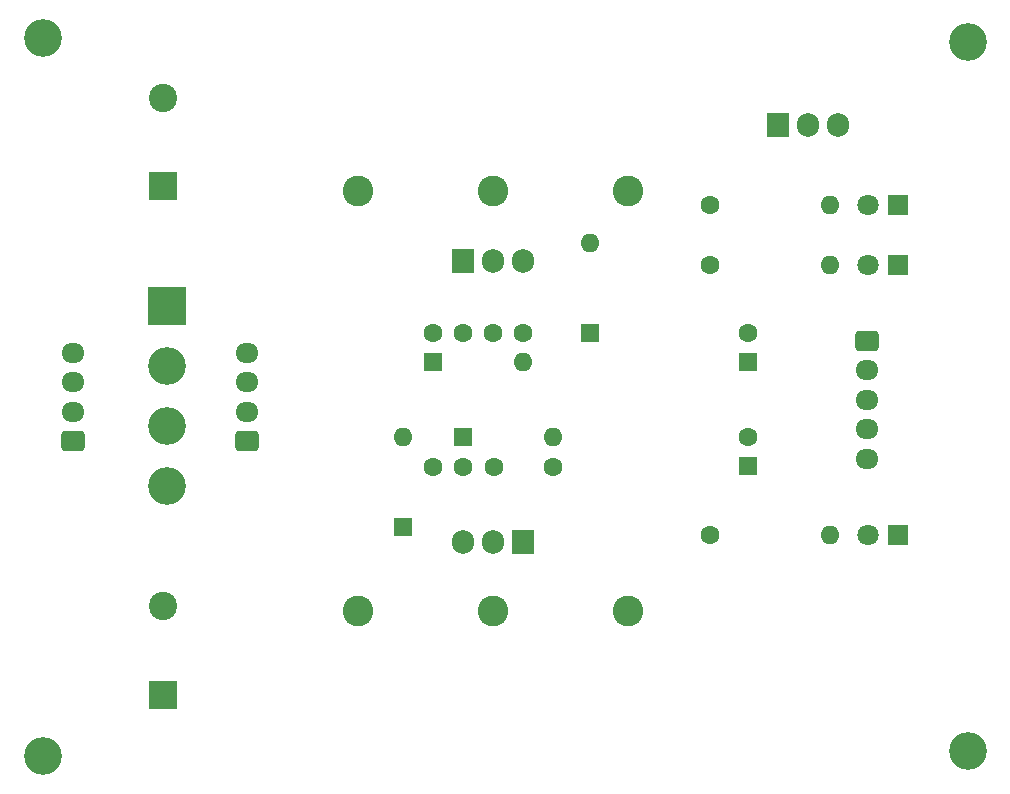
<source format=gbs>
G04 #@! TF.GenerationSoftware,KiCad,Pcbnew,(6.0.11)*
G04 #@! TF.CreationDate,2023-12-29T12:30:21+09:00*
G04 #@! TF.ProjectId,12V_Dual_5V_PSU,3132565f-4475-4616-9c5f-35565f505355,Ver. 1.1a*
G04 #@! TF.SameCoordinates,Original*
G04 #@! TF.FileFunction,Soldermask,Bot*
G04 #@! TF.FilePolarity,Negative*
%FSLAX46Y46*%
G04 Gerber Fmt 4.6, Leading zero omitted, Abs format (unit mm)*
G04 Created by KiCad (PCBNEW (6.0.11)) date 2023-12-29 12:30:21*
%MOMM*%
%LPD*%
G01*
G04 APERTURE LIST*
G04 Aperture macros list*
%AMRoundRect*
0 Rectangle with rounded corners*
0 $1 Rounding radius*
0 $2 $3 $4 $5 $6 $7 $8 $9 X,Y pos of 4 corners*
0 Add a 4 corners polygon primitive as box body*
4,1,4,$2,$3,$4,$5,$6,$7,$8,$9,$2,$3,0*
0 Add four circle primitives for the rounded corners*
1,1,$1+$1,$2,$3*
1,1,$1+$1,$4,$5*
1,1,$1+$1,$6,$7*
1,1,$1+$1,$8,$9*
0 Add four rect primitives between the rounded corners*
20,1,$1+$1,$2,$3,$4,$5,0*
20,1,$1+$1,$4,$5,$6,$7,0*
20,1,$1+$1,$6,$7,$8,$9,0*
20,1,$1+$1,$8,$9,$2,$3,0*%
G04 Aperture macros list end*
%ADD10C,1.600000*%
%ADD11O,1.600000X1.600000*%
%ADD12R,1.600000X1.600000*%
%ADD13C,3.200000*%
%ADD14R,3.200000X3.200000*%
%ADD15RoundRect,0.250000X0.725000X-0.600000X0.725000X0.600000X-0.725000X0.600000X-0.725000X-0.600000X0*%
%ADD16O,1.950000X1.700000*%
%ADD17O,1.905000X2.000000*%
%ADD18R,1.905000X2.000000*%
%ADD19C,2.600000*%
%ADD20R,1.800000X1.800000*%
%ADD21C,1.800000*%
%ADD22R,2.400000X2.400000*%
%ADD23C,2.400000*%
%ADD24RoundRect,0.250000X-0.725000X0.600000X-0.725000X-0.600000X0.725000X-0.600000X0.725000X0.600000X0*%
G04 APERTURE END LIST*
D10*
X132100000Y-93726000D03*
X134600000Y-93726000D03*
D11*
X145415000Y-86106000D03*
D12*
X145415000Y-93726000D03*
D11*
X165735000Y-82858000D03*
D10*
X155575000Y-82858000D03*
D11*
X139700000Y-96193000D03*
D12*
X132080000Y-96193000D03*
D13*
X109570000Y-106650000D03*
X109570000Y-101570000D03*
X109570000Y-96490000D03*
D14*
X109570000Y-91410000D03*
D15*
X101600000Y-102870000D03*
D16*
X101600000Y-100370000D03*
X101600000Y-97870000D03*
X101600000Y-95370000D03*
D11*
X165735000Y-87938000D03*
D10*
X155575000Y-87938000D03*
D11*
X129540000Y-102543000D03*
D12*
X129540000Y-110163000D03*
D17*
X139700000Y-87630000D03*
X137160000Y-87630000D03*
D18*
X134620000Y-87630000D03*
D10*
X134600000Y-105083000D03*
X132100000Y-105083000D03*
D19*
X137160000Y-117275000D03*
X148590000Y-117275000D03*
X125730000Y-117275000D03*
D15*
X116315000Y-102870000D03*
D16*
X116315000Y-100370000D03*
X116315000Y-97870000D03*
X116315000Y-95370000D03*
D10*
X137240000Y-105083000D03*
X142240000Y-105083000D03*
D20*
X171475000Y-82858000D03*
D21*
X168935000Y-82858000D03*
D13*
X99060000Y-68720500D03*
X177340000Y-69040000D03*
D21*
X168910000Y-110798000D03*
D20*
X171450000Y-110798000D03*
D10*
X137180000Y-93726000D03*
X139680000Y-93726000D03*
D13*
X177340000Y-129080000D03*
D10*
X158750000Y-93693000D03*
D12*
X158750000Y-96193000D03*
D17*
X134620000Y-111433000D03*
X137160000Y-111433000D03*
D18*
X139700000Y-111433000D03*
D22*
X109220000Y-124340000D03*
D23*
X109220000Y-116840000D03*
D19*
X148590000Y-81715000D03*
X125730000Y-81715000D03*
X137160000Y-81715000D03*
D21*
X168915000Y-87938000D03*
D20*
X171455000Y-87938000D03*
D13*
X99060000Y-129540000D03*
D17*
X166370000Y-76062500D03*
X163830000Y-76062500D03*
D18*
X161290000Y-76062500D03*
D22*
X109220000Y-81280000D03*
D23*
X109220000Y-73780000D03*
D16*
X168800000Y-104368000D03*
X168800000Y-101868000D03*
X168800000Y-99368000D03*
X168800000Y-96868000D03*
D24*
X168800000Y-94368000D03*
D11*
X165735000Y-110798000D03*
D10*
X155575000Y-110798000D03*
D11*
X142240000Y-102543000D03*
D12*
X134620000Y-102543000D03*
D10*
X158750000Y-102495380D03*
D12*
X158750000Y-104995380D03*
M02*

</source>
